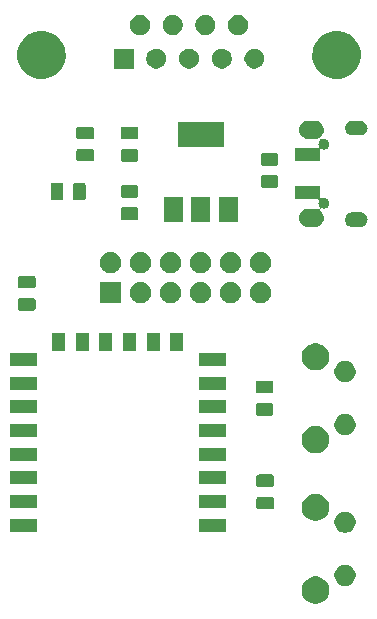
<source format=gbr>
G04 #@! TF.GenerationSoftware,KiCad,Pcbnew,(5.0.2)-1*
G04 #@! TF.CreationDate,2020-03-26T14:30:10-07:00*
G04 #@! TF.ProjectId,RetroWIFI,52657472-6f57-4494-9649-2e6b69636164,rev?*
G04 #@! TF.SameCoordinates,Original*
G04 #@! TF.FileFunction,Soldermask,Top*
G04 #@! TF.FilePolarity,Negative*
%FSLAX46Y46*%
G04 Gerber Fmt 4.6, Leading zero omitted, Abs format (unit mm)*
G04 Created by KiCad (PCBNEW (5.0.2)-1) date 3/26/2020 2:30:10 PM*
%MOMM*%
%LPD*%
G01*
G04 APERTURE LIST*
%ADD10C,0.100000*%
G04 APERTURE END LIST*
D10*
G04 #@! TO.C,SW1*
X159694500Y-129750000D02*
G75*
G03X159694500Y-129750000I-444500J0D01*
G01*
X159694500Y-134250000D02*
G75*
G03X159694500Y-134250000I-444500J0D01*
G01*
X157385000Y-135500000D02*
G75*
G03X157385000Y-135500000I-635000J0D01*
G01*
X157385000Y-128500000D02*
G75*
G03X157385000Y-128500000I-635000J0D01*
G01*
G04 #@! TO.C,SW2*
X157385000Y-115750000D02*
G75*
G03X157385000Y-115750000I-635000J0D01*
G01*
X157385000Y-122750000D02*
G75*
G03X157385000Y-122750000I-635000J0D01*
G01*
X159694500Y-121500000D02*
G75*
G03X159694500Y-121500000I-444500J0D01*
G01*
X159694500Y-117000000D02*
G75*
G03X159694500Y-117000000I-444500J0D01*
G01*
G36*
X157085734Y-134393232D02*
X157295202Y-134479996D01*
X157483723Y-134605962D01*
X157644038Y-134766277D01*
X157770004Y-134954798D01*
X157856768Y-135164266D01*
X157901000Y-135386635D01*
X157901000Y-135613365D01*
X157856768Y-135835734D01*
X157770004Y-136045202D01*
X157644038Y-136233723D01*
X157483723Y-136394038D01*
X157295202Y-136520004D01*
X157085734Y-136606768D01*
X156863365Y-136651000D01*
X156636635Y-136651000D01*
X156414266Y-136606768D01*
X156204798Y-136520004D01*
X156016277Y-136394038D01*
X155855962Y-136233723D01*
X155729996Y-136045202D01*
X155643232Y-135835734D01*
X155599000Y-135613365D01*
X155599000Y-135386635D01*
X155643232Y-135164266D01*
X155729996Y-134954798D01*
X155855962Y-134766277D01*
X156016277Y-134605962D01*
X156204798Y-134479996D01*
X156414266Y-134393232D01*
X156636635Y-134349000D01*
X156863365Y-134349000D01*
X157085734Y-134393232D01*
X157085734Y-134393232D01*
G37*
G36*
X159512812Y-133383624D02*
X159676784Y-133451544D01*
X159824354Y-133550147D01*
X159949853Y-133675646D01*
X160048456Y-133823216D01*
X160116376Y-133987188D01*
X160151000Y-134161259D01*
X160151000Y-134338741D01*
X160116376Y-134512812D01*
X160048456Y-134676784D01*
X159949853Y-134824354D01*
X159824354Y-134949853D01*
X159676784Y-135048456D01*
X159512812Y-135116376D01*
X159338741Y-135151000D01*
X159161259Y-135151000D01*
X158987188Y-135116376D01*
X158823216Y-135048456D01*
X158675646Y-134949853D01*
X158550147Y-134824354D01*
X158451544Y-134676784D01*
X158383624Y-134512812D01*
X158349000Y-134338741D01*
X158349000Y-134161259D01*
X158383624Y-133987188D01*
X158451544Y-133823216D01*
X158550147Y-133675646D01*
X158675646Y-133550147D01*
X158823216Y-133451544D01*
X158987188Y-133383624D01*
X159161259Y-133349000D01*
X159338741Y-133349000D01*
X159512812Y-133383624D01*
X159512812Y-133383624D01*
G37*
G36*
X159512812Y-128883624D02*
X159676784Y-128951544D01*
X159824354Y-129050147D01*
X159949853Y-129175646D01*
X160048456Y-129323216D01*
X160116376Y-129487188D01*
X160151000Y-129661259D01*
X160151000Y-129838741D01*
X160116376Y-130012812D01*
X160048456Y-130176784D01*
X159949853Y-130324354D01*
X159824354Y-130449853D01*
X159676784Y-130548456D01*
X159512812Y-130616376D01*
X159338741Y-130651000D01*
X159161259Y-130651000D01*
X158987188Y-130616376D01*
X158823216Y-130548456D01*
X158675646Y-130449853D01*
X158550147Y-130324354D01*
X158451544Y-130176784D01*
X158383624Y-130012812D01*
X158349000Y-129838741D01*
X158349000Y-129661259D01*
X158383624Y-129487188D01*
X158451544Y-129323216D01*
X158550147Y-129175646D01*
X158675646Y-129050147D01*
X158823216Y-128951544D01*
X158987188Y-128883624D01*
X159161259Y-128849000D01*
X159338741Y-128849000D01*
X159512812Y-128883624D01*
X159512812Y-128883624D01*
G37*
G36*
X133151000Y-130551000D02*
X130849000Y-130551000D01*
X130849000Y-129449000D01*
X133151000Y-129449000D01*
X133151000Y-130551000D01*
X133151000Y-130551000D01*
G37*
G36*
X149151000Y-130551000D02*
X146849000Y-130551000D01*
X146849000Y-129449000D01*
X149151000Y-129449000D01*
X149151000Y-130551000D01*
X149151000Y-130551000D01*
G37*
G36*
X157085734Y-127393232D02*
X157295202Y-127479996D01*
X157483723Y-127605962D01*
X157644038Y-127766277D01*
X157770004Y-127954798D01*
X157856768Y-128164266D01*
X157901000Y-128386635D01*
X157901000Y-128613365D01*
X157856768Y-128835734D01*
X157770004Y-129045202D01*
X157644038Y-129233723D01*
X157483723Y-129394038D01*
X157295202Y-129520004D01*
X157085734Y-129606768D01*
X156863365Y-129651000D01*
X156636635Y-129651000D01*
X156414266Y-129606768D01*
X156204798Y-129520004D01*
X156016277Y-129394038D01*
X155855962Y-129233723D01*
X155729996Y-129045202D01*
X155643232Y-128835734D01*
X155599000Y-128613365D01*
X155599000Y-128386635D01*
X155643232Y-128164266D01*
X155729996Y-127954798D01*
X155855962Y-127766277D01*
X156016277Y-127605962D01*
X156204798Y-127479996D01*
X156414266Y-127393232D01*
X156636635Y-127349000D01*
X156863365Y-127349000D01*
X157085734Y-127393232D01*
X157085734Y-127393232D01*
G37*
G36*
X153084466Y-127591065D02*
X153123137Y-127602796D01*
X153158779Y-127621848D01*
X153190017Y-127647483D01*
X153215652Y-127678721D01*
X153234704Y-127714363D01*
X153246435Y-127753034D01*
X153251000Y-127799388D01*
X153251000Y-128450612D01*
X153246435Y-128496966D01*
X153234704Y-128535637D01*
X153215652Y-128571279D01*
X153190017Y-128602517D01*
X153158779Y-128628152D01*
X153123137Y-128647204D01*
X153084466Y-128658935D01*
X153038112Y-128663500D01*
X151961888Y-128663500D01*
X151915534Y-128658935D01*
X151876863Y-128647204D01*
X151841221Y-128628152D01*
X151809983Y-128602517D01*
X151784348Y-128571279D01*
X151765296Y-128535637D01*
X151753565Y-128496966D01*
X151749000Y-128450612D01*
X151749000Y-127799388D01*
X151753565Y-127753034D01*
X151765296Y-127714363D01*
X151784348Y-127678721D01*
X151809983Y-127647483D01*
X151841221Y-127621848D01*
X151876863Y-127602796D01*
X151915534Y-127591065D01*
X151961888Y-127586500D01*
X153038112Y-127586500D01*
X153084466Y-127591065D01*
X153084466Y-127591065D01*
G37*
G36*
X133151000Y-128551000D02*
X130849000Y-128551000D01*
X130849000Y-127449000D01*
X133151000Y-127449000D01*
X133151000Y-128551000D01*
X133151000Y-128551000D01*
G37*
G36*
X149151000Y-128551000D02*
X146849000Y-128551000D01*
X146849000Y-127449000D01*
X149151000Y-127449000D01*
X149151000Y-128551000D01*
X149151000Y-128551000D01*
G37*
G36*
X153084466Y-125716065D02*
X153123137Y-125727796D01*
X153158779Y-125746848D01*
X153190017Y-125772483D01*
X153215652Y-125803721D01*
X153234704Y-125839363D01*
X153246435Y-125878034D01*
X153251000Y-125924388D01*
X153251000Y-126575612D01*
X153246435Y-126621966D01*
X153234704Y-126660637D01*
X153215652Y-126696279D01*
X153190017Y-126727517D01*
X153158779Y-126753152D01*
X153123137Y-126772204D01*
X153084466Y-126783935D01*
X153038112Y-126788500D01*
X151961888Y-126788500D01*
X151915534Y-126783935D01*
X151876863Y-126772204D01*
X151841221Y-126753152D01*
X151809983Y-126727517D01*
X151784348Y-126696279D01*
X151765296Y-126660637D01*
X151753565Y-126621966D01*
X151749000Y-126575612D01*
X151749000Y-125924388D01*
X151753565Y-125878034D01*
X151765296Y-125839363D01*
X151784348Y-125803721D01*
X151809983Y-125772483D01*
X151841221Y-125746848D01*
X151876863Y-125727796D01*
X151915534Y-125716065D01*
X151961888Y-125711500D01*
X153038112Y-125711500D01*
X153084466Y-125716065D01*
X153084466Y-125716065D01*
G37*
G36*
X133151000Y-126551000D02*
X130849000Y-126551000D01*
X130849000Y-125449000D01*
X133151000Y-125449000D01*
X133151000Y-126551000D01*
X133151000Y-126551000D01*
G37*
G36*
X149151000Y-126551000D02*
X146849000Y-126551000D01*
X146849000Y-125449000D01*
X149151000Y-125449000D01*
X149151000Y-126551000D01*
X149151000Y-126551000D01*
G37*
G36*
X149151000Y-124551000D02*
X146849000Y-124551000D01*
X146849000Y-123449000D01*
X149151000Y-123449000D01*
X149151000Y-124551000D01*
X149151000Y-124551000D01*
G37*
G36*
X133151000Y-124551000D02*
X130849000Y-124551000D01*
X130849000Y-123449000D01*
X133151000Y-123449000D01*
X133151000Y-124551000D01*
X133151000Y-124551000D01*
G37*
G36*
X157085734Y-121643232D02*
X157295202Y-121729996D01*
X157483723Y-121855962D01*
X157644038Y-122016277D01*
X157770004Y-122204798D01*
X157856768Y-122414266D01*
X157901000Y-122636635D01*
X157901000Y-122863365D01*
X157856768Y-123085734D01*
X157770004Y-123295202D01*
X157644038Y-123483723D01*
X157483723Y-123644038D01*
X157295202Y-123770004D01*
X157085734Y-123856768D01*
X156863365Y-123901000D01*
X156636635Y-123901000D01*
X156414266Y-123856768D01*
X156204798Y-123770004D01*
X156016277Y-123644038D01*
X155855962Y-123483723D01*
X155729996Y-123295202D01*
X155643232Y-123085734D01*
X155599000Y-122863365D01*
X155599000Y-122636635D01*
X155643232Y-122414266D01*
X155729996Y-122204798D01*
X155855962Y-122016277D01*
X156016277Y-121855962D01*
X156204798Y-121729996D01*
X156414266Y-121643232D01*
X156636635Y-121599000D01*
X156863365Y-121599000D01*
X157085734Y-121643232D01*
X157085734Y-121643232D01*
G37*
G36*
X149151000Y-122551000D02*
X146849000Y-122551000D01*
X146849000Y-121449000D01*
X149151000Y-121449000D01*
X149151000Y-122551000D01*
X149151000Y-122551000D01*
G37*
G36*
X133151000Y-122551000D02*
X130849000Y-122551000D01*
X130849000Y-121449000D01*
X133151000Y-121449000D01*
X133151000Y-122551000D01*
X133151000Y-122551000D01*
G37*
G36*
X159512812Y-120633624D02*
X159676784Y-120701544D01*
X159824354Y-120800147D01*
X159949853Y-120925646D01*
X160048456Y-121073216D01*
X160116376Y-121237188D01*
X160151000Y-121411259D01*
X160151000Y-121588741D01*
X160116376Y-121762812D01*
X160048456Y-121926784D01*
X159949853Y-122074354D01*
X159824354Y-122199853D01*
X159676784Y-122298456D01*
X159512812Y-122366376D01*
X159338741Y-122401000D01*
X159161259Y-122401000D01*
X158987188Y-122366376D01*
X158823216Y-122298456D01*
X158675646Y-122199853D01*
X158550147Y-122074354D01*
X158451544Y-121926784D01*
X158383624Y-121762812D01*
X158349000Y-121588741D01*
X158349000Y-121411259D01*
X158383624Y-121237188D01*
X158451544Y-121073216D01*
X158550147Y-120925646D01*
X158675646Y-120800147D01*
X158823216Y-120701544D01*
X158987188Y-120633624D01*
X159161259Y-120599000D01*
X159338741Y-120599000D01*
X159512812Y-120633624D01*
X159512812Y-120633624D01*
G37*
G36*
X153021966Y-119653565D02*
X153060637Y-119665296D01*
X153096279Y-119684348D01*
X153127517Y-119709983D01*
X153153152Y-119741221D01*
X153172204Y-119776863D01*
X153183935Y-119815534D01*
X153188500Y-119861888D01*
X153188500Y-120513112D01*
X153183935Y-120559466D01*
X153172204Y-120598137D01*
X153153152Y-120633779D01*
X153127517Y-120665017D01*
X153096279Y-120690652D01*
X153060637Y-120709704D01*
X153021966Y-120721435D01*
X152975612Y-120726000D01*
X151899388Y-120726000D01*
X151853034Y-120721435D01*
X151814363Y-120709704D01*
X151778721Y-120690652D01*
X151747483Y-120665017D01*
X151721848Y-120633779D01*
X151702796Y-120598137D01*
X151691065Y-120559466D01*
X151686500Y-120513112D01*
X151686500Y-119861888D01*
X151691065Y-119815534D01*
X151702796Y-119776863D01*
X151721848Y-119741221D01*
X151747483Y-119709983D01*
X151778721Y-119684348D01*
X151814363Y-119665296D01*
X151853034Y-119653565D01*
X151899388Y-119649000D01*
X152975612Y-119649000D01*
X153021966Y-119653565D01*
X153021966Y-119653565D01*
G37*
G36*
X133151000Y-120551000D02*
X130849000Y-120551000D01*
X130849000Y-119449000D01*
X133151000Y-119449000D01*
X133151000Y-120551000D01*
X133151000Y-120551000D01*
G37*
G36*
X149151000Y-120551000D02*
X146849000Y-120551000D01*
X146849000Y-119449000D01*
X149151000Y-119449000D01*
X149151000Y-120551000D01*
X149151000Y-120551000D01*
G37*
G36*
X153021966Y-117778565D02*
X153060637Y-117790296D01*
X153096279Y-117809348D01*
X153127517Y-117834983D01*
X153153152Y-117866221D01*
X153172204Y-117901863D01*
X153183935Y-117940534D01*
X153188500Y-117986888D01*
X153188500Y-118638112D01*
X153183935Y-118684466D01*
X153172204Y-118723137D01*
X153153152Y-118758779D01*
X153127517Y-118790017D01*
X153096279Y-118815652D01*
X153060637Y-118834704D01*
X153021966Y-118846435D01*
X152975612Y-118851000D01*
X151899388Y-118851000D01*
X151853034Y-118846435D01*
X151814363Y-118834704D01*
X151778721Y-118815652D01*
X151747483Y-118790017D01*
X151721848Y-118758779D01*
X151702796Y-118723137D01*
X151691065Y-118684466D01*
X151686500Y-118638112D01*
X151686500Y-117986888D01*
X151691065Y-117940534D01*
X151702796Y-117901863D01*
X151721848Y-117866221D01*
X151747483Y-117834983D01*
X151778721Y-117809348D01*
X151814363Y-117790296D01*
X151853034Y-117778565D01*
X151899388Y-117774000D01*
X152975612Y-117774000D01*
X153021966Y-117778565D01*
X153021966Y-117778565D01*
G37*
G36*
X149151000Y-118551000D02*
X146849000Y-118551000D01*
X146849000Y-117449000D01*
X149151000Y-117449000D01*
X149151000Y-118551000D01*
X149151000Y-118551000D01*
G37*
G36*
X133151000Y-118551000D02*
X130849000Y-118551000D01*
X130849000Y-117449000D01*
X133151000Y-117449000D01*
X133151000Y-118551000D01*
X133151000Y-118551000D01*
G37*
G36*
X159512812Y-116133624D02*
X159676784Y-116201544D01*
X159824354Y-116300147D01*
X159949853Y-116425646D01*
X160048456Y-116573216D01*
X160116376Y-116737188D01*
X160151000Y-116911259D01*
X160151000Y-117088741D01*
X160116376Y-117262812D01*
X160048456Y-117426784D01*
X159949853Y-117574354D01*
X159824354Y-117699853D01*
X159676784Y-117798456D01*
X159512812Y-117866376D01*
X159338741Y-117901000D01*
X159161259Y-117901000D01*
X158987188Y-117866376D01*
X158823216Y-117798456D01*
X158675646Y-117699853D01*
X158550147Y-117574354D01*
X158451544Y-117426784D01*
X158383624Y-117262812D01*
X158349000Y-117088741D01*
X158349000Y-116911259D01*
X158383624Y-116737188D01*
X158451544Y-116573216D01*
X158550147Y-116425646D01*
X158675646Y-116300147D01*
X158823216Y-116201544D01*
X158987188Y-116133624D01*
X159161259Y-116099000D01*
X159338741Y-116099000D01*
X159512812Y-116133624D01*
X159512812Y-116133624D01*
G37*
G36*
X157085734Y-114643232D02*
X157295202Y-114729996D01*
X157483723Y-114855962D01*
X157644038Y-115016277D01*
X157770004Y-115204798D01*
X157856768Y-115414266D01*
X157901000Y-115636635D01*
X157901000Y-115863365D01*
X157856768Y-116085734D01*
X157770004Y-116295202D01*
X157644038Y-116483723D01*
X157483723Y-116644038D01*
X157295202Y-116770004D01*
X157085734Y-116856768D01*
X156863365Y-116901000D01*
X156636635Y-116901000D01*
X156414266Y-116856768D01*
X156204798Y-116770004D01*
X156016277Y-116644038D01*
X155855962Y-116483723D01*
X155729996Y-116295202D01*
X155643232Y-116085734D01*
X155599000Y-115863365D01*
X155599000Y-115636635D01*
X155643232Y-115414266D01*
X155729996Y-115204798D01*
X155855962Y-115016277D01*
X156016277Y-114855962D01*
X156204798Y-114729996D01*
X156414266Y-114643232D01*
X156636635Y-114599000D01*
X156863365Y-114599000D01*
X157085734Y-114643232D01*
X157085734Y-114643232D01*
G37*
G36*
X133151000Y-116551000D02*
X130849000Y-116551000D01*
X130849000Y-115449000D01*
X133151000Y-115449000D01*
X133151000Y-116551000D01*
X133151000Y-116551000D01*
G37*
G36*
X149151000Y-116551000D02*
X146849000Y-116551000D01*
X146849000Y-115449000D01*
X149151000Y-115449000D01*
X149151000Y-116551000D01*
X149151000Y-116551000D01*
G37*
G36*
X141551000Y-115301000D02*
X140449000Y-115301000D01*
X140449000Y-113699000D01*
X141551000Y-113699000D01*
X141551000Y-115301000D01*
X141551000Y-115301000D01*
G37*
G36*
X145551000Y-115301000D02*
X144449000Y-115301000D01*
X144449000Y-113699000D01*
X145551000Y-113699000D01*
X145551000Y-115301000D01*
X145551000Y-115301000D01*
G37*
G36*
X143551000Y-115301000D02*
X142449000Y-115301000D01*
X142449000Y-113699000D01*
X143551000Y-113699000D01*
X143551000Y-115301000D01*
X143551000Y-115301000D01*
G37*
G36*
X139551000Y-115301000D02*
X138449000Y-115301000D01*
X138449000Y-113699000D01*
X139551000Y-113699000D01*
X139551000Y-115301000D01*
X139551000Y-115301000D01*
G37*
G36*
X137551000Y-115301000D02*
X136449000Y-115301000D01*
X136449000Y-113699000D01*
X137551000Y-113699000D01*
X137551000Y-115301000D01*
X137551000Y-115301000D01*
G37*
G36*
X135551000Y-115301000D02*
X134449000Y-115301000D01*
X134449000Y-113699000D01*
X135551000Y-113699000D01*
X135551000Y-115301000D01*
X135551000Y-115301000D01*
G37*
G36*
X132884466Y-110766065D02*
X132923137Y-110777796D01*
X132958779Y-110796848D01*
X132990017Y-110822483D01*
X133015652Y-110853721D01*
X133034704Y-110889363D01*
X133046435Y-110928034D01*
X133051000Y-110974388D01*
X133051000Y-111625612D01*
X133046435Y-111671966D01*
X133034704Y-111710637D01*
X133015652Y-111746279D01*
X132990017Y-111777517D01*
X132958779Y-111803152D01*
X132923137Y-111822204D01*
X132884466Y-111833935D01*
X132838112Y-111838500D01*
X131761888Y-111838500D01*
X131715534Y-111833935D01*
X131676863Y-111822204D01*
X131641221Y-111803152D01*
X131609983Y-111777517D01*
X131584348Y-111746279D01*
X131565296Y-111710637D01*
X131553565Y-111671966D01*
X131549000Y-111625612D01*
X131549000Y-110974388D01*
X131553565Y-110928034D01*
X131565296Y-110889363D01*
X131584348Y-110853721D01*
X131609983Y-110822483D01*
X131641221Y-110796848D01*
X131676863Y-110777796D01*
X131715534Y-110766065D01*
X131761888Y-110761500D01*
X132838112Y-110761500D01*
X132884466Y-110766065D01*
X132884466Y-110766065D01*
G37*
G36*
X152210443Y-109405519D02*
X152276627Y-109412037D01*
X152389853Y-109446384D01*
X152446467Y-109463557D01*
X152585087Y-109537652D01*
X152602991Y-109547222D01*
X152638729Y-109576552D01*
X152740186Y-109659814D01*
X152811554Y-109746778D01*
X152852778Y-109797009D01*
X152852779Y-109797011D01*
X152936443Y-109953533D01*
X152939466Y-109963500D01*
X152987963Y-110123373D01*
X153005359Y-110300000D01*
X152987963Y-110476627D01*
X152953616Y-110589853D01*
X152936443Y-110646467D01*
X152874956Y-110761500D01*
X152852778Y-110802991D01*
X152836781Y-110822483D01*
X152740186Y-110940186D01*
X152638729Y-111023448D01*
X152602991Y-111052778D01*
X152602989Y-111052779D01*
X152446467Y-111136443D01*
X152389853Y-111153616D01*
X152276627Y-111187963D01*
X152210442Y-111194482D01*
X152144260Y-111201000D01*
X152055740Y-111201000D01*
X151989558Y-111194482D01*
X151923373Y-111187963D01*
X151810147Y-111153616D01*
X151753533Y-111136443D01*
X151597011Y-111052779D01*
X151597009Y-111052778D01*
X151561271Y-111023448D01*
X151459814Y-110940186D01*
X151363219Y-110822483D01*
X151347222Y-110802991D01*
X151325044Y-110761500D01*
X151263557Y-110646467D01*
X151246384Y-110589853D01*
X151212037Y-110476627D01*
X151194641Y-110300000D01*
X151212037Y-110123373D01*
X151260534Y-109963500D01*
X151263557Y-109953533D01*
X151347221Y-109797011D01*
X151347222Y-109797009D01*
X151388446Y-109746778D01*
X151459814Y-109659814D01*
X151561271Y-109576552D01*
X151597009Y-109547222D01*
X151614913Y-109537652D01*
X151753533Y-109463557D01*
X151810147Y-109446384D01*
X151923373Y-109412037D01*
X151989557Y-109405519D01*
X152055740Y-109399000D01*
X152144260Y-109399000D01*
X152210443Y-109405519D01*
X152210443Y-109405519D01*
G37*
G36*
X149670443Y-109405519D02*
X149736627Y-109412037D01*
X149849853Y-109446384D01*
X149906467Y-109463557D01*
X150045087Y-109537652D01*
X150062991Y-109547222D01*
X150098729Y-109576552D01*
X150200186Y-109659814D01*
X150271554Y-109746778D01*
X150312778Y-109797009D01*
X150312779Y-109797011D01*
X150396443Y-109953533D01*
X150399466Y-109963500D01*
X150447963Y-110123373D01*
X150465359Y-110300000D01*
X150447963Y-110476627D01*
X150413616Y-110589853D01*
X150396443Y-110646467D01*
X150334956Y-110761500D01*
X150312778Y-110802991D01*
X150296781Y-110822483D01*
X150200186Y-110940186D01*
X150098729Y-111023448D01*
X150062991Y-111052778D01*
X150062989Y-111052779D01*
X149906467Y-111136443D01*
X149849853Y-111153616D01*
X149736627Y-111187963D01*
X149670442Y-111194482D01*
X149604260Y-111201000D01*
X149515740Y-111201000D01*
X149449558Y-111194482D01*
X149383373Y-111187963D01*
X149270147Y-111153616D01*
X149213533Y-111136443D01*
X149057011Y-111052779D01*
X149057009Y-111052778D01*
X149021271Y-111023448D01*
X148919814Y-110940186D01*
X148823219Y-110822483D01*
X148807222Y-110802991D01*
X148785044Y-110761500D01*
X148723557Y-110646467D01*
X148706384Y-110589853D01*
X148672037Y-110476627D01*
X148654641Y-110300000D01*
X148672037Y-110123373D01*
X148720534Y-109963500D01*
X148723557Y-109953533D01*
X148807221Y-109797011D01*
X148807222Y-109797009D01*
X148848446Y-109746778D01*
X148919814Y-109659814D01*
X149021271Y-109576552D01*
X149057009Y-109547222D01*
X149074913Y-109537652D01*
X149213533Y-109463557D01*
X149270147Y-109446384D01*
X149383373Y-109412037D01*
X149449557Y-109405519D01*
X149515740Y-109399000D01*
X149604260Y-109399000D01*
X149670443Y-109405519D01*
X149670443Y-109405519D01*
G37*
G36*
X147130443Y-109405519D02*
X147196627Y-109412037D01*
X147309853Y-109446384D01*
X147366467Y-109463557D01*
X147505087Y-109537652D01*
X147522991Y-109547222D01*
X147558729Y-109576552D01*
X147660186Y-109659814D01*
X147731554Y-109746778D01*
X147772778Y-109797009D01*
X147772779Y-109797011D01*
X147856443Y-109953533D01*
X147859466Y-109963500D01*
X147907963Y-110123373D01*
X147925359Y-110300000D01*
X147907963Y-110476627D01*
X147873616Y-110589853D01*
X147856443Y-110646467D01*
X147794956Y-110761500D01*
X147772778Y-110802991D01*
X147756781Y-110822483D01*
X147660186Y-110940186D01*
X147558729Y-111023448D01*
X147522991Y-111052778D01*
X147522989Y-111052779D01*
X147366467Y-111136443D01*
X147309853Y-111153616D01*
X147196627Y-111187963D01*
X147130442Y-111194482D01*
X147064260Y-111201000D01*
X146975740Y-111201000D01*
X146909558Y-111194482D01*
X146843373Y-111187963D01*
X146730147Y-111153616D01*
X146673533Y-111136443D01*
X146517011Y-111052779D01*
X146517009Y-111052778D01*
X146481271Y-111023448D01*
X146379814Y-110940186D01*
X146283219Y-110822483D01*
X146267222Y-110802991D01*
X146245044Y-110761500D01*
X146183557Y-110646467D01*
X146166384Y-110589853D01*
X146132037Y-110476627D01*
X146114641Y-110300000D01*
X146132037Y-110123373D01*
X146180534Y-109963500D01*
X146183557Y-109953533D01*
X146267221Y-109797011D01*
X146267222Y-109797009D01*
X146308446Y-109746778D01*
X146379814Y-109659814D01*
X146481271Y-109576552D01*
X146517009Y-109547222D01*
X146534913Y-109537652D01*
X146673533Y-109463557D01*
X146730147Y-109446384D01*
X146843373Y-109412037D01*
X146909557Y-109405519D01*
X146975740Y-109399000D01*
X147064260Y-109399000D01*
X147130443Y-109405519D01*
X147130443Y-109405519D01*
G37*
G36*
X144590443Y-109405519D02*
X144656627Y-109412037D01*
X144769853Y-109446384D01*
X144826467Y-109463557D01*
X144965087Y-109537652D01*
X144982991Y-109547222D01*
X145018729Y-109576552D01*
X145120186Y-109659814D01*
X145191554Y-109746778D01*
X145232778Y-109797009D01*
X145232779Y-109797011D01*
X145316443Y-109953533D01*
X145319466Y-109963500D01*
X145367963Y-110123373D01*
X145385359Y-110300000D01*
X145367963Y-110476627D01*
X145333616Y-110589853D01*
X145316443Y-110646467D01*
X145254956Y-110761500D01*
X145232778Y-110802991D01*
X145216781Y-110822483D01*
X145120186Y-110940186D01*
X145018729Y-111023448D01*
X144982991Y-111052778D01*
X144982989Y-111052779D01*
X144826467Y-111136443D01*
X144769853Y-111153616D01*
X144656627Y-111187963D01*
X144590442Y-111194482D01*
X144524260Y-111201000D01*
X144435740Y-111201000D01*
X144369558Y-111194482D01*
X144303373Y-111187963D01*
X144190147Y-111153616D01*
X144133533Y-111136443D01*
X143977011Y-111052779D01*
X143977009Y-111052778D01*
X143941271Y-111023448D01*
X143839814Y-110940186D01*
X143743219Y-110822483D01*
X143727222Y-110802991D01*
X143705044Y-110761500D01*
X143643557Y-110646467D01*
X143626384Y-110589853D01*
X143592037Y-110476627D01*
X143574641Y-110300000D01*
X143592037Y-110123373D01*
X143640534Y-109963500D01*
X143643557Y-109953533D01*
X143727221Y-109797011D01*
X143727222Y-109797009D01*
X143768446Y-109746778D01*
X143839814Y-109659814D01*
X143941271Y-109576552D01*
X143977009Y-109547222D01*
X143994913Y-109537652D01*
X144133533Y-109463557D01*
X144190147Y-109446384D01*
X144303373Y-109412037D01*
X144369557Y-109405519D01*
X144435740Y-109399000D01*
X144524260Y-109399000D01*
X144590443Y-109405519D01*
X144590443Y-109405519D01*
G37*
G36*
X142050443Y-109405519D02*
X142116627Y-109412037D01*
X142229853Y-109446384D01*
X142286467Y-109463557D01*
X142425087Y-109537652D01*
X142442991Y-109547222D01*
X142478729Y-109576552D01*
X142580186Y-109659814D01*
X142651554Y-109746778D01*
X142692778Y-109797009D01*
X142692779Y-109797011D01*
X142776443Y-109953533D01*
X142779466Y-109963500D01*
X142827963Y-110123373D01*
X142845359Y-110300000D01*
X142827963Y-110476627D01*
X142793616Y-110589853D01*
X142776443Y-110646467D01*
X142714956Y-110761500D01*
X142692778Y-110802991D01*
X142676781Y-110822483D01*
X142580186Y-110940186D01*
X142478729Y-111023448D01*
X142442991Y-111052778D01*
X142442989Y-111052779D01*
X142286467Y-111136443D01*
X142229853Y-111153616D01*
X142116627Y-111187963D01*
X142050442Y-111194482D01*
X141984260Y-111201000D01*
X141895740Y-111201000D01*
X141829558Y-111194482D01*
X141763373Y-111187963D01*
X141650147Y-111153616D01*
X141593533Y-111136443D01*
X141437011Y-111052779D01*
X141437009Y-111052778D01*
X141401271Y-111023448D01*
X141299814Y-110940186D01*
X141203219Y-110822483D01*
X141187222Y-110802991D01*
X141165044Y-110761500D01*
X141103557Y-110646467D01*
X141086384Y-110589853D01*
X141052037Y-110476627D01*
X141034641Y-110300000D01*
X141052037Y-110123373D01*
X141100534Y-109963500D01*
X141103557Y-109953533D01*
X141187221Y-109797011D01*
X141187222Y-109797009D01*
X141228446Y-109746778D01*
X141299814Y-109659814D01*
X141401271Y-109576552D01*
X141437009Y-109547222D01*
X141454913Y-109537652D01*
X141593533Y-109463557D01*
X141650147Y-109446384D01*
X141763373Y-109412037D01*
X141829557Y-109405519D01*
X141895740Y-109399000D01*
X141984260Y-109399000D01*
X142050443Y-109405519D01*
X142050443Y-109405519D01*
G37*
G36*
X140301000Y-111201000D02*
X138499000Y-111201000D01*
X138499000Y-109399000D01*
X140301000Y-109399000D01*
X140301000Y-111201000D01*
X140301000Y-111201000D01*
G37*
G36*
X132884466Y-108891065D02*
X132923137Y-108902796D01*
X132958779Y-108921848D01*
X132990017Y-108947483D01*
X133015652Y-108978721D01*
X133034704Y-109014363D01*
X133046435Y-109053034D01*
X133051000Y-109099388D01*
X133051000Y-109750612D01*
X133046435Y-109796966D01*
X133034704Y-109835637D01*
X133015652Y-109871279D01*
X132990017Y-109902517D01*
X132958779Y-109928152D01*
X132923137Y-109947204D01*
X132884466Y-109958935D01*
X132838112Y-109963500D01*
X131761888Y-109963500D01*
X131715534Y-109958935D01*
X131676863Y-109947204D01*
X131641221Y-109928152D01*
X131609983Y-109902517D01*
X131584348Y-109871279D01*
X131565296Y-109835637D01*
X131553565Y-109796966D01*
X131549000Y-109750612D01*
X131549000Y-109099388D01*
X131553565Y-109053034D01*
X131565296Y-109014363D01*
X131584348Y-108978721D01*
X131609983Y-108947483D01*
X131641221Y-108921848D01*
X131676863Y-108902796D01*
X131715534Y-108891065D01*
X131761888Y-108886500D01*
X132838112Y-108886500D01*
X132884466Y-108891065D01*
X132884466Y-108891065D01*
G37*
G36*
X147130443Y-106865519D02*
X147196627Y-106872037D01*
X147309853Y-106906384D01*
X147366467Y-106923557D01*
X147505087Y-106997652D01*
X147522991Y-107007222D01*
X147558729Y-107036552D01*
X147660186Y-107119814D01*
X147743448Y-107221271D01*
X147772778Y-107257009D01*
X147772779Y-107257011D01*
X147856443Y-107413533D01*
X147856443Y-107413534D01*
X147907963Y-107583373D01*
X147925359Y-107760000D01*
X147907963Y-107936627D01*
X147873616Y-108049853D01*
X147856443Y-108106467D01*
X147782348Y-108245087D01*
X147772778Y-108262991D01*
X147743448Y-108298729D01*
X147660186Y-108400186D01*
X147558729Y-108483448D01*
X147522991Y-108512778D01*
X147522989Y-108512779D01*
X147366467Y-108596443D01*
X147309853Y-108613616D01*
X147196627Y-108647963D01*
X147130443Y-108654481D01*
X147064260Y-108661000D01*
X146975740Y-108661000D01*
X146909557Y-108654481D01*
X146843373Y-108647963D01*
X146730147Y-108613616D01*
X146673533Y-108596443D01*
X146517011Y-108512779D01*
X146517009Y-108512778D01*
X146481271Y-108483448D01*
X146379814Y-108400186D01*
X146296552Y-108298729D01*
X146267222Y-108262991D01*
X146257652Y-108245087D01*
X146183557Y-108106467D01*
X146166384Y-108049853D01*
X146132037Y-107936627D01*
X146114641Y-107760000D01*
X146132037Y-107583373D01*
X146183557Y-107413534D01*
X146183557Y-107413533D01*
X146267221Y-107257011D01*
X146267222Y-107257009D01*
X146296552Y-107221271D01*
X146379814Y-107119814D01*
X146481271Y-107036552D01*
X146517009Y-107007222D01*
X146534913Y-106997652D01*
X146673533Y-106923557D01*
X146730147Y-106906384D01*
X146843373Y-106872037D01*
X146909557Y-106865519D01*
X146975740Y-106859000D01*
X147064260Y-106859000D01*
X147130443Y-106865519D01*
X147130443Y-106865519D01*
G37*
G36*
X152210443Y-106865519D02*
X152276627Y-106872037D01*
X152389853Y-106906384D01*
X152446467Y-106923557D01*
X152585087Y-106997652D01*
X152602991Y-107007222D01*
X152638729Y-107036552D01*
X152740186Y-107119814D01*
X152823448Y-107221271D01*
X152852778Y-107257009D01*
X152852779Y-107257011D01*
X152936443Y-107413533D01*
X152936443Y-107413534D01*
X152987963Y-107583373D01*
X153005359Y-107760000D01*
X152987963Y-107936627D01*
X152953616Y-108049853D01*
X152936443Y-108106467D01*
X152862348Y-108245087D01*
X152852778Y-108262991D01*
X152823448Y-108298729D01*
X152740186Y-108400186D01*
X152638729Y-108483448D01*
X152602991Y-108512778D01*
X152602989Y-108512779D01*
X152446467Y-108596443D01*
X152389853Y-108613616D01*
X152276627Y-108647963D01*
X152210443Y-108654481D01*
X152144260Y-108661000D01*
X152055740Y-108661000D01*
X151989557Y-108654481D01*
X151923373Y-108647963D01*
X151810147Y-108613616D01*
X151753533Y-108596443D01*
X151597011Y-108512779D01*
X151597009Y-108512778D01*
X151561271Y-108483448D01*
X151459814Y-108400186D01*
X151376552Y-108298729D01*
X151347222Y-108262991D01*
X151337652Y-108245087D01*
X151263557Y-108106467D01*
X151246384Y-108049853D01*
X151212037Y-107936627D01*
X151194641Y-107760000D01*
X151212037Y-107583373D01*
X151263557Y-107413534D01*
X151263557Y-107413533D01*
X151347221Y-107257011D01*
X151347222Y-107257009D01*
X151376552Y-107221271D01*
X151459814Y-107119814D01*
X151561271Y-107036552D01*
X151597009Y-107007222D01*
X151614913Y-106997652D01*
X151753533Y-106923557D01*
X151810147Y-106906384D01*
X151923373Y-106872037D01*
X151989557Y-106865519D01*
X152055740Y-106859000D01*
X152144260Y-106859000D01*
X152210443Y-106865519D01*
X152210443Y-106865519D01*
G37*
G36*
X149670443Y-106865519D02*
X149736627Y-106872037D01*
X149849853Y-106906384D01*
X149906467Y-106923557D01*
X150045087Y-106997652D01*
X150062991Y-107007222D01*
X150098729Y-107036552D01*
X150200186Y-107119814D01*
X150283448Y-107221271D01*
X150312778Y-107257009D01*
X150312779Y-107257011D01*
X150396443Y-107413533D01*
X150396443Y-107413534D01*
X150447963Y-107583373D01*
X150465359Y-107760000D01*
X150447963Y-107936627D01*
X150413616Y-108049853D01*
X150396443Y-108106467D01*
X150322348Y-108245087D01*
X150312778Y-108262991D01*
X150283448Y-108298729D01*
X150200186Y-108400186D01*
X150098729Y-108483448D01*
X150062991Y-108512778D01*
X150062989Y-108512779D01*
X149906467Y-108596443D01*
X149849853Y-108613616D01*
X149736627Y-108647963D01*
X149670443Y-108654481D01*
X149604260Y-108661000D01*
X149515740Y-108661000D01*
X149449557Y-108654481D01*
X149383373Y-108647963D01*
X149270147Y-108613616D01*
X149213533Y-108596443D01*
X149057011Y-108512779D01*
X149057009Y-108512778D01*
X149021271Y-108483448D01*
X148919814Y-108400186D01*
X148836552Y-108298729D01*
X148807222Y-108262991D01*
X148797652Y-108245087D01*
X148723557Y-108106467D01*
X148706384Y-108049853D01*
X148672037Y-107936627D01*
X148654641Y-107760000D01*
X148672037Y-107583373D01*
X148723557Y-107413534D01*
X148723557Y-107413533D01*
X148807221Y-107257011D01*
X148807222Y-107257009D01*
X148836552Y-107221271D01*
X148919814Y-107119814D01*
X149021271Y-107036552D01*
X149057009Y-107007222D01*
X149074913Y-106997652D01*
X149213533Y-106923557D01*
X149270147Y-106906384D01*
X149383373Y-106872037D01*
X149449557Y-106865519D01*
X149515740Y-106859000D01*
X149604260Y-106859000D01*
X149670443Y-106865519D01*
X149670443Y-106865519D01*
G37*
G36*
X142050443Y-106865519D02*
X142116627Y-106872037D01*
X142229853Y-106906384D01*
X142286467Y-106923557D01*
X142425087Y-106997652D01*
X142442991Y-107007222D01*
X142478729Y-107036552D01*
X142580186Y-107119814D01*
X142663448Y-107221271D01*
X142692778Y-107257009D01*
X142692779Y-107257011D01*
X142776443Y-107413533D01*
X142776443Y-107413534D01*
X142827963Y-107583373D01*
X142845359Y-107760000D01*
X142827963Y-107936627D01*
X142793616Y-108049853D01*
X142776443Y-108106467D01*
X142702348Y-108245087D01*
X142692778Y-108262991D01*
X142663448Y-108298729D01*
X142580186Y-108400186D01*
X142478729Y-108483448D01*
X142442991Y-108512778D01*
X142442989Y-108512779D01*
X142286467Y-108596443D01*
X142229853Y-108613616D01*
X142116627Y-108647963D01*
X142050443Y-108654481D01*
X141984260Y-108661000D01*
X141895740Y-108661000D01*
X141829557Y-108654481D01*
X141763373Y-108647963D01*
X141650147Y-108613616D01*
X141593533Y-108596443D01*
X141437011Y-108512779D01*
X141437009Y-108512778D01*
X141401271Y-108483448D01*
X141299814Y-108400186D01*
X141216552Y-108298729D01*
X141187222Y-108262991D01*
X141177652Y-108245087D01*
X141103557Y-108106467D01*
X141086384Y-108049853D01*
X141052037Y-107936627D01*
X141034641Y-107760000D01*
X141052037Y-107583373D01*
X141103557Y-107413534D01*
X141103557Y-107413533D01*
X141187221Y-107257011D01*
X141187222Y-107257009D01*
X141216552Y-107221271D01*
X141299814Y-107119814D01*
X141401271Y-107036552D01*
X141437009Y-107007222D01*
X141454913Y-106997652D01*
X141593533Y-106923557D01*
X141650147Y-106906384D01*
X141763373Y-106872037D01*
X141829557Y-106865519D01*
X141895740Y-106859000D01*
X141984260Y-106859000D01*
X142050443Y-106865519D01*
X142050443Y-106865519D01*
G37*
G36*
X144590443Y-106865519D02*
X144656627Y-106872037D01*
X144769853Y-106906384D01*
X144826467Y-106923557D01*
X144965087Y-106997652D01*
X144982991Y-107007222D01*
X145018729Y-107036552D01*
X145120186Y-107119814D01*
X145203448Y-107221271D01*
X145232778Y-107257009D01*
X145232779Y-107257011D01*
X145316443Y-107413533D01*
X145316443Y-107413534D01*
X145367963Y-107583373D01*
X145385359Y-107760000D01*
X145367963Y-107936627D01*
X145333616Y-108049853D01*
X145316443Y-108106467D01*
X145242348Y-108245087D01*
X145232778Y-108262991D01*
X145203448Y-108298729D01*
X145120186Y-108400186D01*
X145018729Y-108483448D01*
X144982991Y-108512778D01*
X144982989Y-108512779D01*
X144826467Y-108596443D01*
X144769853Y-108613616D01*
X144656627Y-108647963D01*
X144590443Y-108654481D01*
X144524260Y-108661000D01*
X144435740Y-108661000D01*
X144369557Y-108654481D01*
X144303373Y-108647963D01*
X144190147Y-108613616D01*
X144133533Y-108596443D01*
X143977011Y-108512779D01*
X143977009Y-108512778D01*
X143941271Y-108483448D01*
X143839814Y-108400186D01*
X143756552Y-108298729D01*
X143727222Y-108262991D01*
X143717652Y-108245087D01*
X143643557Y-108106467D01*
X143626384Y-108049853D01*
X143592037Y-107936627D01*
X143574641Y-107760000D01*
X143592037Y-107583373D01*
X143643557Y-107413534D01*
X143643557Y-107413533D01*
X143727221Y-107257011D01*
X143727222Y-107257009D01*
X143756552Y-107221271D01*
X143839814Y-107119814D01*
X143941271Y-107036552D01*
X143977009Y-107007222D01*
X143994913Y-106997652D01*
X144133533Y-106923557D01*
X144190147Y-106906384D01*
X144303373Y-106872037D01*
X144369557Y-106865519D01*
X144435740Y-106859000D01*
X144524260Y-106859000D01*
X144590443Y-106865519D01*
X144590443Y-106865519D01*
G37*
G36*
X139510443Y-106865519D02*
X139576627Y-106872037D01*
X139689853Y-106906384D01*
X139746467Y-106923557D01*
X139885087Y-106997652D01*
X139902991Y-107007222D01*
X139938729Y-107036552D01*
X140040186Y-107119814D01*
X140123448Y-107221271D01*
X140152778Y-107257009D01*
X140152779Y-107257011D01*
X140236443Y-107413533D01*
X140236443Y-107413534D01*
X140287963Y-107583373D01*
X140305359Y-107760000D01*
X140287963Y-107936627D01*
X140253616Y-108049853D01*
X140236443Y-108106467D01*
X140162348Y-108245087D01*
X140152778Y-108262991D01*
X140123448Y-108298729D01*
X140040186Y-108400186D01*
X139938729Y-108483448D01*
X139902991Y-108512778D01*
X139902989Y-108512779D01*
X139746467Y-108596443D01*
X139689853Y-108613616D01*
X139576627Y-108647963D01*
X139510443Y-108654481D01*
X139444260Y-108661000D01*
X139355740Y-108661000D01*
X139289557Y-108654481D01*
X139223373Y-108647963D01*
X139110147Y-108613616D01*
X139053533Y-108596443D01*
X138897011Y-108512779D01*
X138897009Y-108512778D01*
X138861271Y-108483448D01*
X138759814Y-108400186D01*
X138676552Y-108298729D01*
X138647222Y-108262991D01*
X138637652Y-108245087D01*
X138563557Y-108106467D01*
X138546384Y-108049853D01*
X138512037Y-107936627D01*
X138494641Y-107760000D01*
X138512037Y-107583373D01*
X138563557Y-107413534D01*
X138563557Y-107413533D01*
X138647221Y-107257011D01*
X138647222Y-107257009D01*
X138676552Y-107221271D01*
X138759814Y-107119814D01*
X138861271Y-107036552D01*
X138897009Y-107007222D01*
X138914913Y-106997652D01*
X139053533Y-106923557D01*
X139110147Y-106906384D01*
X139223373Y-106872037D01*
X139289557Y-106865519D01*
X139355740Y-106859000D01*
X139444260Y-106859000D01*
X139510443Y-106865519D01*
X139510443Y-106865519D01*
G37*
G36*
X160647714Y-103508058D02*
X160647717Y-103508059D01*
X160765719Y-103543854D01*
X160765721Y-103543855D01*
X160874471Y-103601983D01*
X160969790Y-103680210D01*
X161048017Y-103775529D01*
X161106145Y-103884279D01*
X161141942Y-104002286D01*
X161154028Y-104125000D01*
X161141942Y-104247714D01*
X161106145Y-104365721D01*
X161048017Y-104474471D01*
X160969790Y-104569790D01*
X160874471Y-104648017D01*
X160874469Y-104648018D01*
X160765719Y-104706146D01*
X160669683Y-104735278D01*
X160647714Y-104741942D01*
X160555747Y-104751000D01*
X159844253Y-104751000D01*
X159752286Y-104741942D01*
X159730317Y-104735278D01*
X159634281Y-104706146D01*
X159525531Y-104648018D01*
X159525529Y-104648017D01*
X159430210Y-104569790D01*
X159351983Y-104474471D01*
X159293855Y-104365721D01*
X159258058Y-104247714D01*
X159245972Y-104125000D01*
X159258058Y-104002286D01*
X159293855Y-103884279D01*
X159351983Y-103775529D01*
X159430210Y-103680210D01*
X159525529Y-103601983D01*
X159634279Y-103543855D01*
X159634281Y-103543854D01*
X159752283Y-103508059D01*
X159752286Y-103508058D01*
X159844253Y-103499000D01*
X160555747Y-103499000D01*
X160647714Y-103508058D01*
X160647714Y-103508058D01*
G37*
G36*
X157101000Y-102216612D02*
X157103402Y-102240998D01*
X157110515Y-102264447D01*
X157122066Y-102286058D01*
X157137612Y-102305000D01*
X157156554Y-102320546D01*
X157178165Y-102332097D01*
X157201614Y-102339210D01*
X157226000Y-102341612D01*
X157250386Y-102339210D01*
X157264781Y-102334844D01*
X157264794Y-102334888D01*
X157276579Y-102331313D01*
X157282983Y-102329370D01*
X157361587Y-102305525D01*
X157427842Y-102299000D01*
X157472158Y-102299000D01*
X157538413Y-102305525D01*
X157613456Y-102328290D01*
X157623425Y-102331314D01*
X157701774Y-102373193D01*
X157770448Y-102429552D01*
X157826807Y-102498226D01*
X157868686Y-102576575D01*
X157868687Y-102576579D01*
X157894475Y-102661587D01*
X157903182Y-102750000D01*
X157894475Y-102838413D01*
X157871710Y-102913456D01*
X157868686Y-102923425D01*
X157826807Y-103001774D01*
X157770448Y-103070448D01*
X157701774Y-103126807D01*
X157623425Y-103168686D01*
X157613456Y-103171710D01*
X157538413Y-103194475D01*
X157472158Y-103201000D01*
X157427842Y-103201000D01*
X157361589Y-103194475D01*
X157326511Y-103183833D01*
X157305476Y-103177453D01*
X157281449Y-103172673D01*
X157256945Y-103172673D01*
X157232911Y-103177453D01*
X157210272Y-103186830D01*
X157189897Y-103200444D01*
X157172570Y-103217770D01*
X157158956Y-103238145D01*
X157149578Y-103260784D01*
X157144797Y-103284817D01*
X157144797Y-103309321D01*
X157149577Y-103333355D01*
X157158954Y-103355994D01*
X157172568Y-103376369D01*
X157189895Y-103393696D01*
X157226368Y-103423630D01*
X157323341Y-103541790D01*
X157323342Y-103541792D01*
X157395399Y-103676601D01*
X157425408Y-103775529D01*
X157439772Y-103822881D01*
X157454754Y-103975000D01*
X157439772Y-104127119D01*
X157439771Y-104127122D01*
X157430306Y-104158326D01*
X157395398Y-104273401D01*
X157323341Y-104408210D01*
X157226369Y-104526369D01*
X157108210Y-104623341D01*
X157062043Y-104648018D01*
X156973399Y-104695399D01*
X156854352Y-104731511D01*
X156827119Y-104739772D01*
X156713118Y-104751000D01*
X156086882Y-104751000D01*
X155972881Y-104739772D01*
X155945648Y-104731511D01*
X155826601Y-104695399D01*
X155737957Y-104648018D01*
X155691790Y-104623341D01*
X155573631Y-104526369D01*
X155476659Y-104408210D01*
X155404602Y-104273401D01*
X155369695Y-104158326D01*
X155360229Y-104127122D01*
X155360228Y-104127119D01*
X155345246Y-103975000D01*
X155360228Y-103822881D01*
X155374592Y-103775529D01*
X155404601Y-103676601D01*
X155476658Y-103541792D01*
X155476659Y-103541790D01*
X155573631Y-103423631D01*
X155691790Y-103326659D01*
X155826599Y-103254602D01*
X155826601Y-103254601D01*
X155972878Y-103210229D01*
X155972881Y-103210228D01*
X156086882Y-103199000D01*
X156713118Y-103199000D01*
X156827119Y-103210228D01*
X156827122Y-103210229D01*
X156973399Y-103254601D01*
X156973401Y-103254602D01*
X156980792Y-103256844D01*
X156989246Y-103260345D01*
X157013279Y-103265123D01*
X157037784Y-103265121D01*
X157061817Y-103260338D01*
X157084455Y-103250959D01*
X157104828Y-103237344D01*
X157122154Y-103220015D01*
X157135766Y-103199639D01*
X157145142Y-103176999D01*
X157149920Y-103152966D01*
X157149918Y-103128461D01*
X157145135Y-103104428D01*
X157135756Y-103081790D01*
X157122150Y-103061429D01*
X157098504Y-103032615D01*
X157073193Y-103001775D01*
X157059809Y-102976735D01*
X157031314Y-102923425D01*
X157028290Y-102913456D01*
X157005525Y-102838413D01*
X156996818Y-102750000D01*
X157005525Y-102661587D01*
X157031313Y-102576579D01*
X157031314Y-102576575D01*
X157031315Y-102576572D01*
X157034057Y-102567535D01*
X157036225Y-102562302D01*
X157041008Y-102538269D01*
X157041012Y-102513765D01*
X157036235Y-102489731D01*
X157026860Y-102467091D01*
X157013249Y-102446714D01*
X156995925Y-102429385D01*
X156975552Y-102415768D01*
X156952914Y-102406387D01*
X156928881Y-102401604D01*
X156916612Y-102401000D01*
X154999000Y-102401000D01*
X154999000Y-101299000D01*
X157101000Y-101299000D01*
X157101000Y-102216612D01*
X157101000Y-102216612D01*
G37*
G36*
X150151000Y-104301000D02*
X148549000Y-104301000D01*
X148549000Y-102199000D01*
X150151000Y-102199000D01*
X150151000Y-104301000D01*
X150151000Y-104301000D01*
G37*
G36*
X145551000Y-104301000D02*
X143949000Y-104301000D01*
X143949000Y-102199000D01*
X145551000Y-102199000D01*
X145551000Y-104301000D01*
X145551000Y-104301000D01*
G37*
G36*
X147851000Y-104301000D02*
X146249000Y-104301000D01*
X146249000Y-102199000D01*
X147851000Y-102199000D01*
X147851000Y-104301000D01*
X147851000Y-104301000D01*
G37*
G36*
X141584466Y-103091065D02*
X141623137Y-103102796D01*
X141658779Y-103121848D01*
X141690017Y-103147483D01*
X141715652Y-103178721D01*
X141734704Y-103214363D01*
X141746435Y-103253034D01*
X141751000Y-103299388D01*
X141751000Y-103950612D01*
X141746435Y-103996966D01*
X141734704Y-104035637D01*
X141715652Y-104071279D01*
X141690017Y-104102517D01*
X141658779Y-104128152D01*
X141623137Y-104147204D01*
X141584466Y-104158935D01*
X141538112Y-104163500D01*
X140461888Y-104163500D01*
X140415534Y-104158935D01*
X140376863Y-104147204D01*
X140341221Y-104128152D01*
X140309983Y-104102517D01*
X140284348Y-104071279D01*
X140265296Y-104035637D01*
X140253565Y-103996966D01*
X140249000Y-103950612D01*
X140249000Y-103299388D01*
X140253565Y-103253034D01*
X140265296Y-103214363D01*
X140284348Y-103178721D01*
X140309983Y-103147483D01*
X140341221Y-103121848D01*
X140376863Y-103102796D01*
X140415534Y-103091065D01*
X140461888Y-103086500D01*
X141538112Y-103086500D01*
X141584466Y-103091065D01*
X141584466Y-103091065D01*
G37*
G36*
X137121966Y-101003565D02*
X137160637Y-101015296D01*
X137196279Y-101034348D01*
X137227517Y-101059983D01*
X137253152Y-101091221D01*
X137272204Y-101126863D01*
X137283935Y-101165534D01*
X137288500Y-101211888D01*
X137288500Y-102288112D01*
X137283935Y-102334466D01*
X137272204Y-102373137D01*
X137253152Y-102408779D01*
X137227517Y-102440017D01*
X137196279Y-102465652D01*
X137160637Y-102484704D01*
X137121966Y-102496435D01*
X137075612Y-102501000D01*
X136424388Y-102501000D01*
X136378034Y-102496435D01*
X136339363Y-102484704D01*
X136303721Y-102465652D01*
X136272483Y-102440017D01*
X136246848Y-102408779D01*
X136227796Y-102373137D01*
X136216065Y-102334466D01*
X136211500Y-102288112D01*
X136211500Y-101211888D01*
X136216065Y-101165534D01*
X136227796Y-101126863D01*
X136246848Y-101091221D01*
X136272483Y-101059983D01*
X136303721Y-101034348D01*
X136339363Y-101015296D01*
X136378034Y-101003565D01*
X136424388Y-100999000D01*
X137075612Y-100999000D01*
X137121966Y-101003565D01*
X137121966Y-101003565D01*
G37*
G36*
X135246966Y-101003565D02*
X135285637Y-101015296D01*
X135321279Y-101034348D01*
X135352517Y-101059983D01*
X135378152Y-101091221D01*
X135397204Y-101126863D01*
X135408935Y-101165534D01*
X135413500Y-101211888D01*
X135413500Y-102288112D01*
X135408935Y-102334466D01*
X135397204Y-102373137D01*
X135378152Y-102408779D01*
X135352517Y-102440017D01*
X135321279Y-102465652D01*
X135285637Y-102484704D01*
X135246966Y-102496435D01*
X135200612Y-102501000D01*
X134549388Y-102501000D01*
X134503034Y-102496435D01*
X134464363Y-102484704D01*
X134428721Y-102465652D01*
X134397483Y-102440017D01*
X134371848Y-102408779D01*
X134352796Y-102373137D01*
X134341065Y-102334466D01*
X134336500Y-102288112D01*
X134336500Y-101211888D01*
X134341065Y-101165534D01*
X134352796Y-101126863D01*
X134371848Y-101091221D01*
X134397483Y-101059983D01*
X134428721Y-101034348D01*
X134464363Y-101015296D01*
X134503034Y-101003565D01*
X134549388Y-100999000D01*
X135200612Y-100999000D01*
X135246966Y-101003565D01*
X135246966Y-101003565D01*
G37*
G36*
X141584466Y-101216065D02*
X141623137Y-101227796D01*
X141658779Y-101246848D01*
X141690017Y-101272483D01*
X141715652Y-101303721D01*
X141734704Y-101339363D01*
X141746435Y-101378034D01*
X141751000Y-101424388D01*
X141751000Y-102075612D01*
X141746435Y-102121966D01*
X141734704Y-102160637D01*
X141715652Y-102196279D01*
X141690017Y-102227517D01*
X141658779Y-102253152D01*
X141623137Y-102272204D01*
X141584466Y-102283935D01*
X141538112Y-102288500D01*
X140461888Y-102288500D01*
X140415534Y-102283935D01*
X140376863Y-102272204D01*
X140341221Y-102253152D01*
X140309983Y-102227517D01*
X140284348Y-102196279D01*
X140265296Y-102160637D01*
X140253565Y-102121966D01*
X140249000Y-102075612D01*
X140249000Y-101424388D01*
X140253565Y-101378034D01*
X140265296Y-101339363D01*
X140284348Y-101303721D01*
X140309983Y-101272483D01*
X140341221Y-101246848D01*
X140376863Y-101227796D01*
X140415534Y-101216065D01*
X140461888Y-101211500D01*
X141538112Y-101211500D01*
X141584466Y-101216065D01*
X141584466Y-101216065D01*
G37*
G36*
X153434466Y-100366065D02*
X153473137Y-100377796D01*
X153508779Y-100396848D01*
X153540017Y-100422483D01*
X153565652Y-100453721D01*
X153584704Y-100489363D01*
X153596435Y-100528034D01*
X153601000Y-100574388D01*
X153601000Y-101225612D01*
X153596435Y-101271966D01*
X153584704Y-101310637D01*
X153565652Y-101346279D01*
X153540017Y-101377517D01*
X153508779Y-101403152D01*
X153473137Y-101422204D01*
X153434466Y-101433935D01*
X153388112Y-101438500D01*
X152311888Y-101438500D01*
X152265534Y-101433935D01*
X152226863Y-101422204D01*
X152191221Y-101403152D01*
X152159983Y-101377517D01*
X152134348Y-101346279D01*
X152115296Y-101310637D01*
X152103565Y-101271966D01*
X152099000Y-101225612D01*
X152099000Y-100574388D01*
X152103565Y-100528034D01*
X152115296Y-100489363D01*
X152134348Y-100453721D01*
X152159983Y-100422483D01*
X152191221Y-100396848D01*
X152226863Y-100377796D01*
X152265534Y-100366065D01*
X152311888Y-100361500D01*
X153388112Y-100361500D01*
X153434466Y-100366065D01*
X153434466Y-100366065D01*
G37*
G36*
X153434466Y-98491065D02*
X153473137Y-98502796D01*
X153508779Y-98521848D01*
X153540017Y-98547483D01*
X153565652Y-98578721D01*
X153584704Y-98614363D01*
X153596435Y-98653034D01*
X153601000Y-98699388D01*
X153601000Y-99350612D01*
X153596435Y-99396966D01*
X153584704Y-99435637D01*
X153565652Y-99471279D01*
X153540017Y-99502517D01*
X153508779Y-99528152D01*
X153473137Y-99547204D01*
X153434466Y-99558935D01*
X153388112Y-99563500D01*
X152311888Y-99563500D01*
X152265534Y-99558935D01*
X152226863Y-99547204D01*
X152191221Y-99528152D01*
X152159983Y-99502517D01*
X152134348Y-99471279D01*
X152115296Y-99435637D01*
X152103565Y-99396966D01*
X152099000Y-99350612D01*
X152099000Y-98699388D01*
X152103565Y-98653034D01*
X152115296Y-98614363D01*
X152134348Y-98578721D01*
X152159983Y-98547483D01*
X152191221Y-98521848D01*
X152226863Y-98502796D01*
X152265534Y-98491065D01*
X152311888Y-98486500D01*
X153388112Y-98486500D01*
X153434466Y-98491065D01*
X153434466Y-98491065D01*
G37*
G36*
X141584466Y-98153565D02*
X141623137Y-98165296D01*
X141658779Y-98184348D01*
X141690017Y-98209983D01*
X141715652Y-98241221D01*
X141734704Y-98276863D01*
X141746435Y-98315534D01*
X141751000Y-98361888D01*
X141751000Y-99013112D01*
X141746435Y-99059466D01*
X141734704Y-99098137D01*
X141715652Y-99133779D01*
X141690017Y-99165017D01*
X141658779Y-99190652D01*
X141623137Y-99209704D01*
X141584466Y-99221435D01*
X141538112Y-99226000D01*
X140461888Y-99226000D01*
X140415534Y-99221435D01*
X140376863Y-99209704D01*
X140341221Y-99190652D01*
X140309983Y-99165017D01*
X140284348Y-99133779D01*
X140265296Y-99098137D01*
X140253565Y-99059466D01*
X140249000Y-99013112D01*
X140249000Y-98361888D01*
X140253565Y-98315534D01*
X140265296Y-98276863D01*
X140284348Y-98241221D01*
X140309983Y-98209983D01*
X140341221Y-98184348D01*
X140376863Y-98165296D01*
X140415534Y-98153565D01*
X140461888Y-98149000D01*
X141538112Y-98149000D01*
X141584466Y-98153565D01*
X141584466Y-98153565D01*
G37*
G36*
X137834466Y-98133565D02*
X137873137Y-98145296D01*
X137908779Y-98164348D01*
X137940017Y-98189983D01*
X137965652Y-98221221D01*
X137984704Y-98256863D01*
X137996435Y-98295534D01*
X138001000Y-98341888D01*
X138001000Y-98993112D01*
X137996435Y-99039466D01*
X137984704Y-99078137D01*
X137965652Y-99113779D01*
X137940017Y-99145017D01*
X137908779Y-99170652D01*
X137873137Y-99189704D01*
X137834466Y-99201435D01*
X137788112Y-99206000D01*
X136711888Y-99206000D01*
X136665534Y-99201435D01*
X136626863Y-99189704D01*
X136591221Y-99170652D01*
X136559983Y-99145017D01*
X136534348Y-99113779D01*
X136515296Y-99078137D01*
X136503565Y-99039466D01*
X136499000Y-98993112D01*
X136499000Y-98341888D01*
X136503565Y-98295534D01*
X136515296Y-98256863D01*
X136534348Y-98221221D01*
X136559983Y-98189983D01*
X136591221Y-98164348D01*
X136626863Y-98145296D01*
X136665534Y-98133565D01*
X136711888Y-98129000D01*
X137788112Y-98129000D01*
X137834466Y-98133565D01*
X137834466Y-98133565D01*
G37*
G36*
X156827119Y-95760228D02*
X156827122Y-95760229D01*
X156973399Y-95804601D01*
X156973401Y-95804602D01*
X157108210Y-95876659D01*
X157226369Y-95973631D01*
X157323341Y-96091790D01*
X157323342Y-96091792D01*
X157395399Y-96226601D01*
X157414433Y-96289348D01*
X157439772Y-96372881D01*
X157454754Y-96525000D01*
X157439772Y-96677119D01*
X157439771Y-96677122D01*
X157396494Y-96819790D01*
X157395398Y-96823401D01*
X157323341Y-96958210D01*
X157226368Y-97076370D01*
X157189895Y-97106304D01*
X157172568Y-97123631D01*
X157158954Y-97144006D01*
X157149577Y-97166645D01*
X157144797Y-97190678D01*
X157144797Y-97215183D01*
X157149578Y-97239216D01*
X157158956Y-97261855D01*
X157172570Y-97282229D01*
X157189897Y-97299556D01*
X157210272Y-97313170D01*
X157232911Y-97322547D01*
X157256944Y-97327327D01*
X157281449Y-97327327D01*
X157305476Y-97322547D01*
X157331332Y-97314704D01*
X157361589Y-97305525D01*
X157427842Y-97299000D01*
X157472158Y-97299000D01*
X157538413Y-97305525D01*
X157607341Y-97326435D01*
X157623425Y-97331314D01*
X157701774Y-97373193D01*
X157770448Y-97429552D01*
X157826807Y-97498226D01*
X157868686Y-97576575D01*
X157868687Y-97576579D01*
X157894475Y-97661587D01*
X157903182Y-97750000D01*
X157894475Y-97838413D01*
X157871710Y-97913456D01*
X157868686Y-97923425D01*
X157826807Y-98001774D01*
X157770448Y-98070448D01*
X157701774Y-98126807D01*
X157623425Y-98168686D01*
X157613456Y-98171710D01*
X157538413Y-98194475D01*
X157472158Y-98201000D01*
X157427842Y-98201000D01*
X157361587Y-98194475D01*
X157299368Y-98175600D01*
X157276575Y-98168686D01*
X157276572Y-98168685D01*
X157267535Y-98165943D01*
X157262302Y-98163775D01*
X157238269Y-98158992D01*
X157213765Y-98158988D01*
X157189731Y-98163765D01*
X157167091Y-98173140D01*
X157146714Y-98186751D01*
X157129385Y-98204075D01*
X157115768Y-98224448D01*
X157106387Y-98247086D01*
X157101604Y-98271119D01*
X157101000Y-98283388D01*
X157101000Y-99201000D01*
X154999000Y-99201000D01*
X154999000Y-98099000D01*
X156916612Y-98099000D01*
X156940998Y-98096598D01*
X156964447Y-98089485D01*
X156986058Y-98077934D01*
X157005000Y-98062388D01*
X157020546Y-98043446D01*
X157032097Y-98021835D01*
X157039210Y-97998386D01*
X157041612Y-97974000D01*
X157039210Y-97949614D01*
X157034844Y-97935219D01*
X157034888Y-97935206D01*
X157005525Y-97838413D01*
X156996818Y-97750000D01*
X157005525Y-97661587D01*
X157031313Y-97576579D01*
X157031314Y-97576575D01*
X157059809Y-97523265D01*
X157073193Y-97498225D01*
X157098504Y-97467385D01*
X157122150Y-97438571D01*
X157135761Y-97418202D01*
X157145138Y-97395563D01*
X157149919Y-97371529D01*
X157149919Y-97347025D01*
X157145139Y-97322992D01*
X157135762Y-97300352D01*
X157122148Y-97279978D01*
X157104821Y-97262650D01*
X157084447Y-97249036D01*
X157061808Y-97239659D01*
X157037774Y-97234878D01*
X157013270Y-97234878D01*
X156989237Y-97239658D01*
X156980788Y-97243157D01*
X156973401Y-97245398D01*
X156973399Y-97245399D01*
X156851985Y-97282229D01*
X156827119Y-97289772D01*
X156713118Y-97301000D01*
X156086882Y-97301000D01*
X155972881Y-97289772D01*
X155940594Y-97279978D01*
X155826601Y-97245399D01*
X155826599Y-97245398D01*
X155691790Y-97173341D01*
X155573631Y-97076369D01*
X155476659Y-96958210D01*
X155404602Y-96823401D01*
X155403507Y-96819790D01*
X155360229Y-96677122D01*
X155360228Y-96677119D01*
X155345246Y-96525000D01*
X155360228Y-96372881D01*
X155385567Y-96289348D01*
X155404601Y-96226601D01*
X155476658Y-96091792D01*
X155476659Y-96091790D01*
X155573631Y-95973631D01*
X155691790Y-95876659D01*
X155826599Y-95804602D01*
X155826601Y-95804601D01*
X155972878Y-95760229D01*
X155972881Y-95760228D01*
X156086882Y-95749000D01*
X156713118Y-95749000D01*
X156827119Y-95760228D01*
X156827119Y-95760228D01*
G37*
G36*
X149001000Y-98001000D02*
X145099000Y-98001000D01*
X145099000Y-95899000D01*
X149001000Y-95899000D01*
X149001000Y-98001000D01*
X149001000Y-98001000D01*
G37*
G36*
X141584466Y-96278565D02*
X141623137Y-96290296D01*
X141658779Y-96309348D01*
X141690017Y-96334983D01*
X141715652Y-96366221D01*
X141734704Y-96401863D01*
X141746435Y-96440534D01*
X141751000Y-96486888D01*
X141751000Y-97138112D01*
X141746435Y-97184466D01*
X141734704Y-97223137D01*
X141715652Y-97258779D01*
X141690017Y-97290017D01*
X141658779Y-97315652D01*
X141623137Y-97334704D01*
X141584466Y-97346435D01*
X141538112Y-97351000D01*
X140461888Y-97351000D01*
X140415534Y-97346435D01*
X140376863Y-97334704D01*
X140341221Y-97315652D01*
X140309983Y-97290017D01*
X140284348Y-97258779D01*
X140265296Y-97223137D01*
X140253565Y-97184466D01*
X140249000Y-97138112D01*
X140249000Y-96486888D01*
X140253565Y-96440534D01*
X140265296Y-96401863D01*
X140284348Y-96366221D01*
X140309983Y-96334983D01*
X140341221Y-96309348D01*
X140376863Y-96290296D01*
X140415534Y-96278565D01*
X140461888Y-96274000D01*
X141538112Y-96274000D01*
X141584466Y-96278565D01*
X141584466Y-96278565D01*
G37*
G36*
X137834466Y-96258565D02*
X137873137Y-96270296D01*
X137908779Y-96289348D01*
X137940017Y-96314983D01*
X137965652Y-96346221D01*
X137984704Y-96381863D01*
X137996435Y-96420534D01*
X138001000Y-96466888D01*
X138001000Y-97118112D01*
X137996435Y-97164466D01*
X137984704Y-97203137D01*
X137965652Y-97238779D01*
X137940017Y-97270017D01*
X137908779Y-97295652D01*
X137873137Y-97314704D01*
X137834466Y-97326435D01*
X137788112Y-97331000D01*
X136711888Y-97331000D01*
X136665534Y-97326435D01*
X136626863Y-97314704D01*
X136591221Y-97295652D01*
X136559983Y-97270017D01*
X136534348Y-97238779D01*
X136515296Y-97203137D01*
X136503565Y-97164466D01*
X136499000Y-97118112D01*
X136499000Y-96466888D01*
X136503565Y-96420534D01*
X136515296Y-96381863D01*
X136534348Y-96346221D01*
X136559983Y-96314983D01*
X136591221Y-96289348D01*
X136626863Y-96270296D01*
X136665534Y-96258565D01*
X136711888Y-96254000D01*
X137788112Y-96254000D01*
X137834466Y-96258565D01*
X137834466Y-96258565D01*
G37*
G36*
X160647714Y-95758058D02*
X160654871Y-95760229D01*
X160765719Y-95793854D01*
X160765721Y-95793855D01*
X160874471Y-95851983D01*
X160969790Y-95930210D01*
X161048017Y-96025529D01*
X161106145Y-96134279D01*
X161141942Y-96252286D01*
X161154028Y-96375000D01*
X161141942Y-96497714D01*
X161106145Y-96615721D01*
X161048017Y-96724471D01*
X160969790Y-96819790D01*
X160874471Y-96898017D01*
X160874469Y-96898018D01*
X160765719Y-96956146D01*
X160669683Y-96985278D01*
X160647714Y-96991942D01*
X160555747Y-97001000D01*
X159844253Y-97001000D01*
X159752286Y-96991942D01*
X159730317Y-96985278D01*
X159634281Y-96956146D01*
X159525531Y-96898018D01*
X159525529Y-96898017D01*
X159430210Y-96819790D01*
X159351983Y-96724471D01*
X159293855Y-96615721D01*
X159258058Y-96497714D01*
X159245972Y-96375000D01*
X159258058Y-96252286D01*
X159293855Y-96134279D01*
X159351983Y-96025529D01*
X159430210Y-95930210D01*
X159525529Y-95851983D01*
X159634279Y-95793855D01*
X159634281Y-95793854D01*
X159745129Y-95760229D01*
X159752286Y-95758058D01*
X159844253Y-95749000D01*
X160555747Y-95749000D01*
X160647714Y-95758058D01*
X160647714Y-95758058D01*
G37*
G36*
X134138252Y-88227818D02*
X134138254Y-88227819D01*
X134138255Y-88227819D01*
X134511513Y-88382427D01*
X134558985Y-88414147D01*
X134847439Y-88606886D01*
X135133114Y-88892561D01*
X135133116Y-88892564D01*
X135357573Y-89228487D01*
X135512181Y-89601745D01*
X135512182Y-89601748D01*
X135582949Y-89957519D01*
X135591000Y-89997994D01*
X135591000Y-90402006D01*
X135512181Y-90798255D01*
X135357573Y-91171513D01*
X135259495Y-91318297D01*
X135133114Y-91507439D01*
X134847439Y-91793114D01*
X134847436Y-91793116D01*
X134511513Y-92017573D01*
X134138255Y-92172181D01*
X134138254Y-92172181D01*
X134138252Y-92172182D01*
X133742007Y-92251000D01*
X133337993Y-92251000D01*
X132941748Y-92172182D01*
X132941746Y-92172181D01*
X132941745Y-92172181D01*
X132568487Y-92017573D01*
X132232564Y-91793116D01*
X132232561Y-91793114D01*
X131946886Y-91507439D01*
X131820505Y-91318297D01*
X131722427Y-91171513D01*
X131567819Y-90798255D01*
X131489000Y-90402006D01*
X131489000Y-89997994D01*
X131497051Y-89957519D01*
X131567818Y-89601748D01*
X131567819Y-89601745D01*
X131722427Y-89228487D01*
X131946884Y-88892564D01*
X131946886Y-88892561D01*
X132232561Y-88606886D01*
X132521015Y-88414147D01*
X132568487Y-88382427D01*
X132941745Y-88227819D01*
X132941746Y-88227819D01*
X132941748Y-88227818D01*
X133337993Y-88149000D01*
X133742007Y-88149000D01*
X134138252Y-88227818D01*
X134138252Y-88227818D01*
G37*
G36*
X159138252Y-88227818D02*
X159138254Y-88227819D01*
X159138255Y-88227819D01*
X159511513Y-88382427D01*
X159558985Y-88414147D01*
X159847439Y-88606886D01*
X160133114Y-88892561D01*
X160133116Y-88892564D01*
X160357573Y-89228487D01*
X160512181Y-89601745D01*
X160512182Y-89601748D01*
X160582949Y-89957519D01*
X160591000Y-89997994D01*
X160591000Y-90402006D01*
X160512181Y-90798255D01*
X160357573Y-91171513D01*
X160259495Y-91318297D01*
X160133114Y-91507439D01*
X159847439Y-91793114D01*
X159847436Y-91793116D01*
X159511513Y-92017573D01*
X159138255Y-92172181D01*
X159138254Y-92172181D01*
X159138252Y-92172182D01*
X158742007Y-92251000D01*
X158337993Y-92251000D01*
X157941748Y-92172182D01*
X157941746Y-92172181D01*
X157941745Y-92172181D01*
X157568487Y-92017573D01*
X157232564Y-91793116D01*
X157232561Y-91793114D01*
X156946886Y-91507439D01*
X156820505Y-91318297D01*
X156722427Y-91171513D01*
X156567819Y-90798255D01*
X156489000Y-90402006D01*
X156489000Y-89997994D01*
X156497051Y-89957519D01*
X156567818Y-89601748D01*
X156567819Y-89601745D01*
X156722427Y-89228487D01*
X156946884Y-88892564D01*
X156946886Y-88892561D01*
X157232561Y-88606886D01*
X157521015Y-88414147D01*
X157568487Y-88382427D01*
X157941745Y-88227819D01*
X157941746Y-88227819D01*
X157941748Y-88227818D01*
X158337993Y-88149000D01*
X158742007Y-88149000D01*
X159138252Y-88227818D01*
X159138252Y-88227818D01*
G37*
G36*
X149058228Y-89681703D02*
X149213100Y-89745853D01*
X149352481Y-89838985D01*
X149471015Y-89957519D01*
X149564147Y-90096900D01*
X149628297Y-90251772D01*
X149661000Y-90416184D01*
X149661000Y-90583816D01*
X149628297Y-90748228D01*
X149564147Y-90903100D01*
X149471015Y-91042481D01*
X149352481Y-91161015D01*
X149213100Y-91254147D01*
X149058228Y-91318297D01*
X148893816Y-91351000D01*
X148726184Y-91351000D01*
X148561772Y-91318297D01*
X148406900Y-91254147D01*
X148267519Y-91161015D01*
X148148985Y-91042481D01*
X148055853Y-90903100D01*
X147991703Y-90748228D01*
X147959000Y-90583816D01*
X147959000Y-90416184D01*
X147991703Y-90251772D01*
X148055853Y-90096900D01*
X148148985Y-89957519D01*
X148267519Y-89838985D01*
X148406900Y-89745853D01*
X148561772Y-89681703D01*
X148726184Y-89649000D01*
X148893816Y-89649000D01*
X149058228Y-89681703D01*
X149058228Y-89681703D01*
G37*
G36*
X151828228Y-89681703D02*
X151983100Y-89745853D01*
X152122481Y-89838985D01*
X152241015Y-89957519D01*
X152334147Y-90096900D01*
X152398297Y-90251772D01*
X152431000Y-90416184D01*
X152431000Y-90583816D01*
X152398297Y-90748228D01*
X152334147Y-90903100D01*
X152241015Y-91042481D01*
X152122481Y-91161015D01*
X151983100Y-91254147D01*
X151828228Y-91318297D01*
X151663816Y-91351000D01*
X151496184Y-91351000D01*
X151331772Y-91318297D01*
X151176900Y-91254147D01*
X151037519Y-91161015D01*
X150918985Y-91042481D01*
X150825853Y-90903100D01*
X150761703Y-90748228D01*
X150729000Y-90583816D01*
X150729000Y-90416184D01*
X150761703Y-90251772D01*
X150825853Y-90096900D01*
X150918985Y-89957519D01*
X151037519Y-89838985D01*
X151176900Y-89745853D01*
X151331772Y-89681703D01*
X151496184Y-89649000D01*
X151663816Y-89649000D01*
X151828228Y-89681703D01*
X151828228Y-89681703D01*
G37*
G36*
X141351000Y-91351000D02*
X139649000Y-91351000D01*
X139649000Y-89649000D01*
X141351000Y-89649000D01*
X141351000Y-91351000D01*
X141351000Y-91351000D01*
G37*
G36*
X143518228Y-89681703D02*
X143673100Y-89745853D01*
X143812481Y-89838985D01*
X143931015Y-89957519D01*
X144024147Y-90096900D01*
X144088297Y-90251772D01*
X144121000Y-90416184D01*
X144121000Y-90583816D01*
X144088297Y-90748228D01*
X144024147Y-90903100D01*
X143931015Y-91042481D01*
X143812481Y-91161015D01*
X143673100Y-91254147D01*
X143518228Y-91318297D01*
X143353816Y-91351000D01*
X143186184Y-91351000D01*
X143021772Y-91318297D01*
X142866900Y-91254147D01*
X142727519Y-91161015D01*
X142608985Y-91042481D01*
X142515853Y-90903100D01*
X142451703Y-90748228D01*
X142419000Y-90583816D01*
X142419000Y-90416184D01*
X142451703Y-90251772D01*
X142515853Y-90096900D01*
X142608985Y-89957519D01*
X142727519Y-89838985D01*
X142866900Y-89745853D01*
X143021772Y-89681703D01*
X143186184Y-89649000D01*
X143353816Y-89649000D01*
X143518228Y-89681703D01*
X143518228Y-89681703D01*
G37*
G36*
X146288228Y-89681703D02*
X146443100Y-89745853D01*
X146582481Y-89838985D01*
X146701015Y-89957519D01*
X146794147Y-90096900D01*
X146858297Y-90251772D01*
X146891000Y-90416184D01*
X146891000Y-90583816D01*
X146858297Y-90748228D01*
X146794147Y-90903100D01*
X146701015Y-91042481D01*
X146582481Y-91161015D01*
X146443100Y-91254147D01*
X146288228Y-91318297D01*
X146123816Y-91351000D01*
X145956184Y-91351000D01*
X145791772Y-91318297D01*
X145636900Y-91254147D01*
X145497519Y-91161015D01*
X145378985Y-91042481D01*
X145285853Y-90903100D01*
X145221703Y-90748228D01*
X145189000Y-90583816D01*
X145189000Y-90416184D01*
X145221703Y-90251772D01*
X145285853Y-90096900D01*
X145378985Y-89957519D01*
X145497519Y-89838985D01*
X145636900Y-89745853D01*
X145791772Y-89681703D01*
X145956184Y-89649000D01*
X146123816Y-89649000D01*
X146288228Y-89681703D01*
X146288228Y-89681703D01*
G37*
G36*
X142133228Y-86841703D02*
X142288100Y-86905853D01*
X142427481Y-86998985D01*
X142546015Y-87117519D01*
X142639147Y-87256900D01*
X142703297Y-87411772D01*
X142736000Y-87576184D01*
X142736000Y-87743816D01*
X142703297Y-87908228D01*
X142639147Y-88063100D01*
X142546015Y-88202481D01*
X142427481Y-88321015D01*
X142288100Y-88414147D01*
X142133228Y-88478297D01*
X141968816Y-88511000D01*
X141801184Y-88511000D01*
X141636772Y-88478297D01*
X141481900Y-88414147D01*
X141342519Y-88321015D01*
X141223985Y-88202481D01*
X141130853Y-88063100D01*
X141066703Y-87908228D01*
X141034000Y-87743816D01*
X141034000Y-87576184D01*
X141066703Y-87411772D01*
X141130853Y-87256900D01*
X141223985Y-87117519D01*
X141342519Y-86998985D01*
X141481900Y-86905853D01*
X141636772Y-86841703D01*
X141801184Y-86809000D01*
X141968816Y-86809000D01*
X142133228Y-86841703D01*
X142133228Y-86841703D01*
G37*
G36*
X150443228Y-86841703D02*
X150598100Y-86905853D01*
X150737481Y-86998985D01*
X150856015Y-87117519D01*
X150949147Y-87256900D01*
X151013297Y-87411772D01*
X151046000Y-87576184D01*
X151046000Y-87743816D01*
X151013297Y-87908228D01*
X150949147Y-88063100D01*
X150856015Y-88202481D01*
X150737481Y-88321015D01*
X150598100Y-88414147D01*
X150443228Y-88478297D01*
X150278816Y-88511000D01*
X150111184Y-88511000D01*
X149946772Y-88478297D01*
X149791900Y-88414147D01*
X149652519Y-88321015D01*
X149533985Y-88202481D01*
X149440853Y-88063100D01*
X149376703Y-87908228D01*
X149344000Y-87743816D01*
X149344000Y-87576184D01*
X149376703Y-87411772D01*
X149440853Y-87256900D01*
X149533985Y-87117519D01*
X149652519Y-86998985D01*
X149791900Y-86905853D01*
X149946772Y-86841703D01*
X150111184Y-86809000D01*
X150278816Y-86809000D01*
X150443228Y-86841703D01*
X150443228Y-86841703D01*
G37*
G36*
X147673228Y-86841703D02*
X147828100Y-86905853D01*
X147967481Y-86998985D01*
X148086015Y-87117519D01*
X148179147Y-87256900D01*
X148243297Y-87411772D01*
X148276000Y-87576184D01*
X148276000Y-87743816D01*
X148243297Y-87908228D01*
X148179147Y-88063100D01*
X148086015Y-88202481D01*
X147967481Y-88321015D01*
X147828100Y-88414147D01*
X147673228Y-88478297D01*
X147508816Y-88511000D01*
X147341184Y-88511000D01*
X147176772Y-88478297D01*
X147021900Y-88414147D01*
X146882519Y-88321015D01*
X146763985Y-88202481D01*
X146670853Y-88063100D01*
X146606703Y-87908228D01*
X146574000Y-87743816D01*
X146574000Y-87576184D01*
X146606703Y-87411772D01*
X146670853Y-87256900D01*
X146763985Y-87117519D01*
X146882519Y-86998985D01*
X147021900Y-86905853D01*
X147176772Y-86841703D01*
X147341184Y-86809000D01*
X147508816Y-86809000D01*
X147673228Y-86841703D01*
X147673228Y-86841703D01*
G37*
G36*
X144903228Y-86841703D02*
X145058100Y-86905853D01*
X145197481Y-86998985D01*
X145316015Y-87117519D01*
X145409147Y-87256900D01*
X145473297Y-87411772D01*
X145506000Y-87576184D01*
X145506000Y-87743816D01*
X145473297Y-87908228D01*
X145409147Y-88063100D01*
X145316015Y-88202481D01*
X145197481Y-88321015D01*
X145058100Y-88414147D01*
X144903228Y-88478297D01*
X144738816Y-88511000D01*
X144571184Y-88511000D01*
X144406772Y-88478297D01*
X144251900Y-88414147D01*
X144112519Y-88321015D01*
X143993985Y-88202481D01*
X143900853Y-88063100D01*
X143836703Y-87908228D01*
X143804000Y-87743816D01*
X143804000Y-87576184D01*
X143836703Y-87411772D01*
X143900853Y-87256900D01*
X143993985Y-87117519D01*
X144112519Y-86998985D01*
X144251900Y-86905853D01*
X144406772Y-86841703D01*
X144571184Y-86809000D01*
X144738816Y-86809000D01*
X144903228Y-86841703D01*
X144903228Y-86841703D01*
G37*
M02*

</source>
